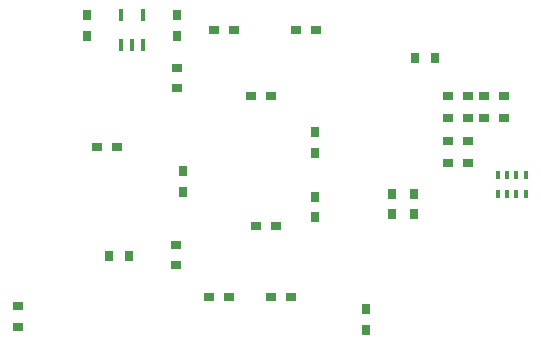
<source format=gbp>
G75*
%MOIN*%
%OFA0B0*%
%FSLAX25Y25*%
%IPPOS*%
%LPD*%
%AMOC8*
5,1,8,0,0,1.08239X$1,22.5*
%
%ADD10R,0.03150X0.03543*%
%ADD11R,0.03543X0.03150*%
%ADD12R,0.01575X0.03150*%
%ADD13R,0.01732X0.04291*%
D10*
X0041654Y0039550D03*
X0048346Y0039550D03*
X0066500Y0061204D03*
X0066500Y0067896D03*
X0110500Y0074204D03*
X0110500Y0080896D03*
X0110500Y0059396D03*
X0110500Y0052704D03*
X0136000Y0053704D03*
X0143500Y0053704D03*
X0143500Y0060396D03*
X0136000Y0060396D03*
X0127500Y0021896D03*
X0127500Y0015204D03*
X0143654Y0105550D03*
X0150346Y0105550D03*
X0064500Y0113204D03*
X0064500Y0119896D03*
X0034500Y0119896D03*
X0034500Y0113204D03*
D11*
X0011500Y0016204D03*
X0011500Y0022896D03*
X0064000Y0036704D03*
X0064000Y0043396D03*
X0075154Y0026050D03*
X0081846Y0026050D03*
X0095654Y0026050D03*
X0102346Y0026050D03*
X0097346Y0049550D03*
X0090654Y0049550D03*
X0044346Y0076050D03*
X0037654Y0076050D03*
X0064500Y0095704D03*
X0064500Y0102396D03*
X0076654Y0115050D03*
X0083346Y0115050D03*
X0104154Y0115050D03*
X0110846Y0115050D03*
X0095846Y0093050D03*
X0089154Y0093050D03*
X0154654Y0093050D03*
X0161346Y0093050D03*
X0166654Y0093050D03*
X0173346Y0093050D03*
X0173346Y0085550D03*
X0166654Y0085550D03*
X0161346Y0085550D03*
X0154654Y0085550D03*
X0154654Y0078050D03*
X0161346Y0078050D03*
X0161346Y0070550D03*
X0154654Y0070550D03*
D12*
X0171276Y0066700D03*
X0174425Y0066700D03*
X0177575Y0066700D03*
X0180724Y0066700D03*
X0180724Y0060400D03*
X0177575Y0060400D03*
X0174425Y0060400D03*
X0171276Y0060400D03*
D13*
X0053240Y0109932D03*
X0049500Y0109932D03*
X0045760Y0109932D03*
X0045760Y0120168D03*
X0053240Y0120168D03*
M02*

</source>
